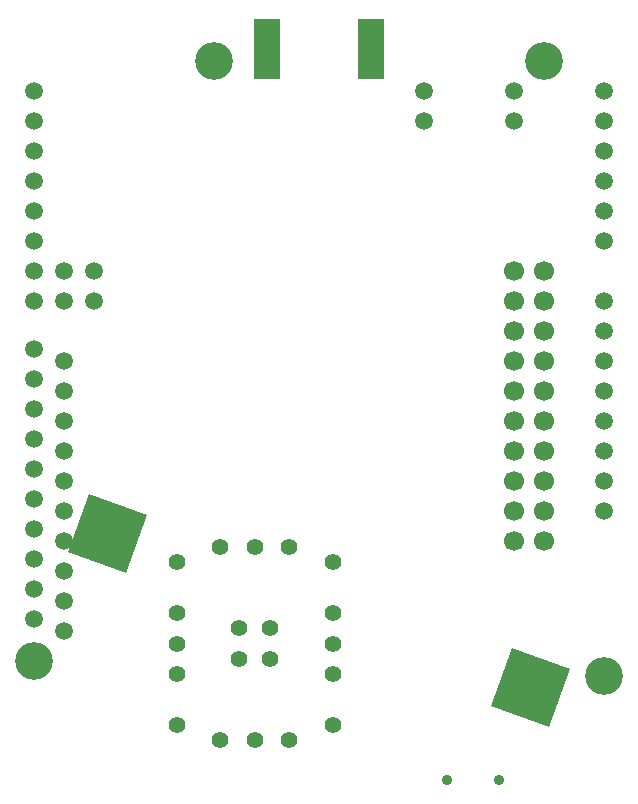
<source format=gbs>
G04 DipTrace 2.3.1.0*
%INBottomMask.gbr*%
%MOIN*%
%ADD36C,0.0591*%
%ADD39R,0.09X0.2*%
%ADD66C,0.0354*%
%ADD67C,0.126*%
%ADD93C,0.0551*%
%ADD96C,0.0669*%
%FSLAX44Y44*%
G04*
G70*
G90*
G75*
G01*
%LNBotMask*%
%LPD*%
D66*
X18819Y5984D3*
X20551D3*
D67*
X22067Y29937D3*
X11067D3*
X5067Y9937D3*
X24067Y9437D3*
D36*
Y14937D3*
Y15937D3*
Y16937D3*
Y17937D3*
Y18937D3*
Y19937D3*
Y20937D3*
Y21937D3*
Y23937D3*
Y24937D3*
Y25937D3*
Y26937D3*
Y27937D3*
Y28937D3*
X5067D3*
Y27937D3*
Y26937D3*
Y25937D3*
Y24937D3*
Y23937D3*
Y22937D3*
Y21937D3*
Y20337D3*
Y19337D3*
Y18337D3*
Y17337D3*
Y16337D3*
Y15337D3*
Y14337D3*
Y13337D3*
Y12337D3*
Y11337D3*
D96*
X21067Y15937D3*
Y16937D3*
Y17937D3*
Y18937D3*
Y19937D3*
Y20937D3*
Y21937D3*
Y22937D3*
Y13937D3*
Y14937D3*
X22067Y15937D3*
Y16937D3*
Y17937D3*
Y18937D3*
Y19937D3*
Y20937D3*
Y21937D3*
Y22937D3*
Y13937D3*
Y14937D3*
D36*
X7067Y21937D3*
Y22937D3*
X6067Y21937D3*
Y22937D3*
Y19937D3*
Y18937D3*
D93*
X15020Y10512D3*
D36*
X6067Y17937D3*
D93*
X15020Y9488D3*
D36*
X6067Y16937D3*
D93*
X15020Y7815D3*
D36*
X6067Y15937D3*
D93*
X13563Y7303D3*
D36*
X6067Y14937D3*
D93*
X12421Y7303D3*
D36*
X6067Y13937D3*
D93*
X11280Y7303D3*
D36*
X6067Y12937D3*
D93*
X9843Y7815D3*
D36*
X6067Y11937D3*
Y10937D3*
X18067Y27937D3*
D93*
X9843Y9488D3*
D36*
X18067Y28937D3*
D93*
X9843Y10512D3*
D36*
X21067Y27937D3*
D93*
X9843Y11535D3*
D36*
X21067Y28937D3*
D93*
X9843Y13248D3*
X15020Y11535D3*
G36*
X6907Y15491D2*
X8831Y14791D1*
X8131Y12867D1*
X6207Y13568D1*
X6907Y15491D1*
G37*
G36*
X21003Y10361D2*
X22927Y9661D1*
X22226Y7737D1*
X20303Y8437D1*
X21003Y10361D1*
G37*
D93*
X11280Y13720D3*
X12421D3*
D39*
X12827Y30335D3*
D93*
X13563Y13720D3*
D39*
X16307Y30335D3*
D93*
X15020Y13248D3*
X12933Y11024D3*
X11909Y10000D3*
Y11024D3*
X12933Y10000D3*
M02*

</source>
